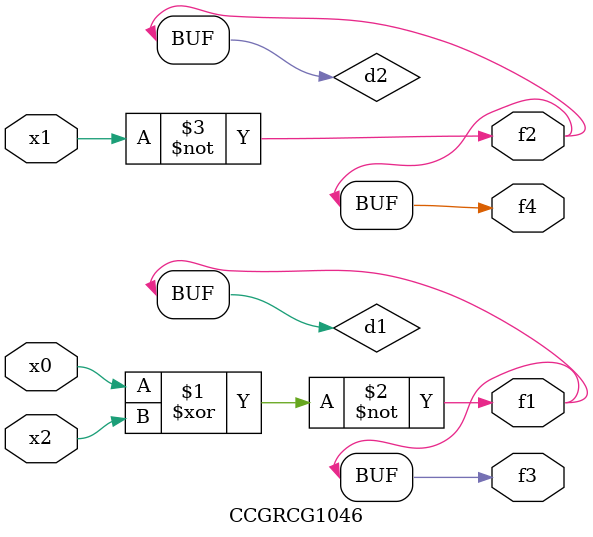
<source format=v>
module CCGRCG1046(
	input x0, x1, x2,
	output f1, f2, f3, f4
);

	wire d1, d2, d3;

	xnor (d1, x0, x2);
	nand (d2, x1);
	nor (d3, x1, x2);
	assign f1 = d1;
	assign f2 = d2;
	assign f3 = d1;
	assign f4 = d2;
endmodule

</source>
